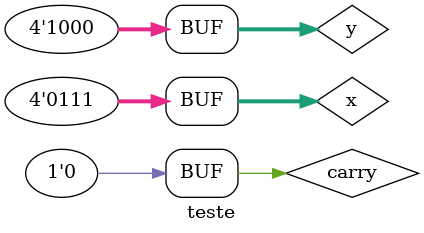
<source format=v>


	
	module halfAdder( s0,s1, a, b);
	
	input a, b;
	output s0, s1;
	
	xor XOR1(s0, a, b);
	and AND1(s1, a, b);

	endmodule 
	
// ------------------------- 
// full adder 
// -------------------------	
	
	module fullAdder(s0, s1, a, b, c);
	
	input a, b, c;
	output s0, s1;
	wire q0, q1, q2;
	
	halfAdder HA1(q0, q1, a, b);
	halfAdder HA2(s0, q2, c, q0);
	or OR1(s1, q2, q1);
	
	endmodule
	

// ------------------------- 
// full adder 4 bits
// -------------------------	
	

	module fullAdder4 (output [4:0]s,
	input Carry, 
	input [3:0]a, 
	input [3:0]b, output saida); 
	
	// descrever por portas
	wire vaiUm;
	wire vaiUm1;
	wire vaiUm2;
	wire s_xor;
	wire s_xor1;
	wire s_xor2;
	wire s_xor3;
	
	
	
	
	xor XOR1	(s_xor,  b[0], Carry);
	xor XOR2	(s_xor1, b[1], Carry );
	xor XOR3	(s_xor2, b[2], Carry);
	xor XOR4	(s_xor3, b[3], Carry);
	
	
	fullAdder FA1(s[0], vaiUm, Carry, a[0], s_xor);
	fullAdder FA2(s[1], vaiUm1, a[1], s_xor1,vaiUm);
	fullAdder FA3(s[2], vaiUm2, a[2], s_xor2,vaiUm1);	
	fullAdder FA4(s[3], s[4], a[3], s_xor3,vaiUm2);
	
	
	nor NOR1(saida , s[0], s[1], s[2], s[3]);

// descrever por portas 
	endmodule // fullAdder 
	 
	
	


// ------------------------- definir dados 
	
	module teste;
	
	reg [3:0] x; 
	reg [3:0] y; 
	reg carry; 
	wire [4:0] soma;
	wire saida;
	
	fullAdder4 FA(soma, carry,x,y, saida);
	
	
	
		
	
	 
// ------------------------- parte principal 
	initial begin 
	$display("Exemplo00046 - Flávio Andrade Amaral Motta - 392001"); 
	$display("Test ALU's full adder");  
	
	
	#1 x = 1111; y = 0001; carry = 0; 
	
// projetar testes do 
	
	$monitor("x = %4b \t y = %4b\t carry = %b\t  saida = %5b\t   igual = %b\n",x,y,carry,soma, saida);
	
	#1 x = 0010; y = 0000; carry = 0;
	#1 x = 0001; y = 0001; carry = 1; 
	#1 x = 0000; y = 0001; carry = 1; 
	#1 x = 1111; y = 1000; carry = 0;
	
end 
endmodule // test_ComplementoDois
</source>
